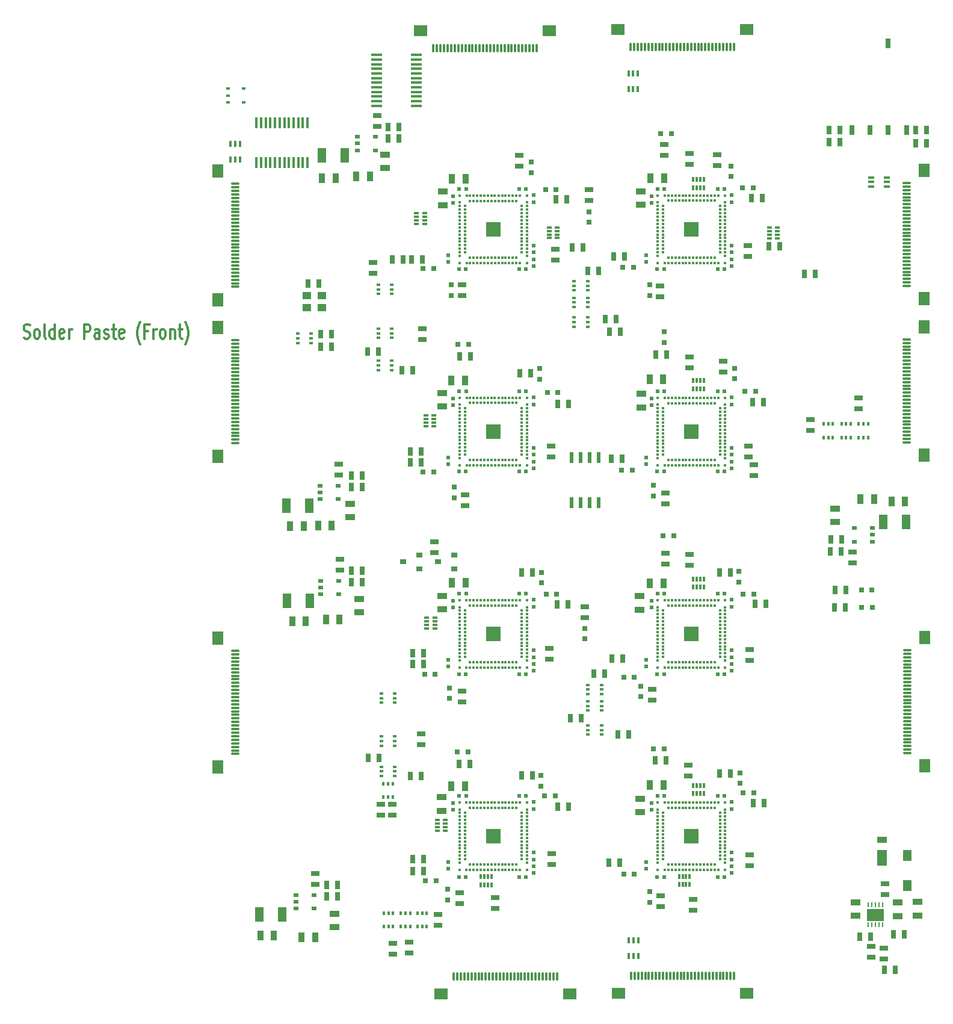
<source format=gtp>
G04 (created by PCBNEW-RS274X (2012-01-19 BZR 3256)-stable) date Wed 19 Sep 2012 11:44:27 BST*
G01*
G70*
G90*
%MOIN*%
G04 Gerber Fmt 3.4, Leading zero omitted, Abs format*
%FSLAX34Y34*%
G04 APERTURE LIST*
%ADD10C,0.009800*%
%ADD11C,0.012000*%
%ADD12R,0.025600X0.011800*%
%ADD13R,0.051200X0.043300*%
%ADD14R,0.074800X0.063000*%
%ADD15O,0.011800X0.049200*%
%ADD16R,0.045000X0.025000*%
%ADD17R,0.030000X0.020000*%
%ADD18R,0.025000X0.045000*%
%ADD19R,0.093700X0.065000*%
%ADD20R,0.009800X0.026600*%
%ADD21R,0.055100X0.086600*%
%ADD22R,0.055100X0.035400*%
%ADD23R,0.015700X0.019700*%
%ADD24R,0.019700X0.015700*%
%ADD25R,0.063000X0.074800*%
%ADD26O,0.049200X0.011800*%
%ADD27R,0.011800X0.063000*%
%ADD28R,0.063000X0.011800*%
%ADD29R,0.025600X0.053100*%
%ADD30R,0.037400X0.025600*%
%ADD31R,0.023600X0.015700*%
%ADD32R,0.047200X0.063000*%
%ADD33R,0.047200X0.078700*%
%ADD34R,0.024400X0.024400*%
%ADD35R,0.055000X0.035000*%
%ADD36R,0.035000X0.055000*%
%ADD37R,0.031400X0.031400*%
%ADD38R,0.020000X0.059100*%
%ADD39R,0.011800X0.025600*%
%ADD40R,0.013800X0.033500*%
%ADD41R,0.033500X0.013800*%
%ADD42R,0.078800X0.078800*%
%ADD43R,0.011800X0.011800*%
G04 APERTURE END LIST*
G54D10*
G54D11*
X05409Y-28032D02*
X05495Y-28070D01*
X05638Y-28070D01*
X05695Y-28032D01*
X05724Y-27994D01*
X05752Y-27917D01*
X05752Y-27841D01*
X05724Y-27765D01*
X05695Y-27727D01*
X05638Y-27689D01*
X05524Y-27651D01*
X05466Y-27613D01*
X05438Y-27575D01*
X05409Y-27498D01*
X05409Y-27422D01*
X05438Y-27346D01*
X05466Y-27308D01*
X05524Y-27270D01*
X05666Y-27270D01*
X05752Y-27308D01*
X06095Y-28070D02*
X06037Y-28032D01*
X06009Y-27994D01*
X05980Y-27917D01*
X05980Y-27689D01*
X06009Y-27613D01*
X06037Y-27575D01*
X06095Y-27536D01*
X06180Y-27536D01*
X06237Y-27575D01*
X06266Y-27613D01*
X06295Y-27689D01*
X06295Y-27917D01*
X06266Y-27994D01*
X06237Y-28032D01*
X06180Y-28070D01*
X06095Y-28070D01*
X06638Y-28070D02*
X06580Y-28032D01*
X06552Y-27956D01*
X06552Y-27270D01*
X07123Y-28070D02*
X07123Y-27270D01*
X07123Y-28032D02*
X07066Y-28070D01*
X06952Y-28070D01*
X06894Y-28032D01*
X06866Y-27994D01*
X06837Y-27917D01*
X06837Y-27689D01*
X06866Y-27613D01*
X06894Y-27575D01*
X06952Y-27536D01*
X07066Y-27536D01*
X07123Y-27575D01*
X07637Y-28032D02*
X07580Y-28070D01*
X07466Y-28070D01*
X07409Y-28032D01*
X07380Y-27956D01*
X07380Y-27651D01*
X07409Y-27575D01*
X07466Y-27536D01*
X07580Y-27536D01*
X07637Y-27575D01*
X07666Y-27651D01*
X07666Y-27727D01*
X07380Y-27803D01*
X07923Y-28070D02*
X07923Y-27536D01*
X07923Y-27689D02*
X07951Y-27613D01*
X07980Y-27575D01*
X08037Y-27536D01*
X08094Y-27536D01*
X08751Y-28070D02*
X08751Y-27270D01*
X08979Y-27270D01*
X09037Y-27308D01*
X09065Y-27346D01*
X09094Y-27422D01*
X09094Y-27536D01*
X09065Y-27613D01*
X09037Y-27651D01*
X08979Y-27689D01*
X08751Y-27689D01*
X09608Y-28070D02*
X09608Y-27651D01*
X09579Y-27575D01*
X09522Y-27536D01*
X09408Y-27536D01*
X09351Y-27575D01*
X09608Y-28032D02*
X09551Y-28070D01*
X09408Y-28070D01*
X09351Y-28032D01*
X09322Y-27956D01*
X09322Y-27879D01*
X09351Y-27803D01*
X09408Y-27765D01*
X09551Y-27765D01*
X09608Y-27727D01*
X09865Y-28032D02*
X09922Y-28070D01*
X10037Y-28070D01*
X10094Y-28032D01*
X10122Y-27956D01*
X10122Y-27917D01*
X10094Y-27841D01*
X10037Y-27803D01*
X09951Y-27803D01*
X09894Y-27765D01*
X09865Y-27689D01*
X09865Y-27651D01*
X09894Y-27575D01*
X09951Y-27536D01*
X10037Y-27536D01*
X10094Y-27575D01*
X10294Y-27536D02*
X10523Y-27536D01*
X10380Y-27270D02*
X10380Y-27956D01*
X10408Y-28032D01*
X10466Y-28070D01*
X10523Y-28070D01*
X10951Y-28032D02*
X10894Y-28070D01*
X10780Y-28070D01*
X10723Y-28032D01*
X10694Y-27956D01*
X10694Y-27651D01*
X10723Y-27575D01*
X10780Y-27536D01*
X10894Y-27536D01*
X10951Y-27575D01*
X10980Y-27651D01*
X10980Y-27727D01*
X10694Y-27803D01*
X11865Y-28375D02*
X11837Y-28336D01*
X11780Y-28222D01*
X11751Y-28146D01*
X11722Y-28032D01*
X11694Y-27841D01*
X11694Y-27689D01*
X11722Y-27498D01*
X11751Y-27384D01*
X11780Y-27308D01*
X11837Y-27194D01*
X11865Y-27156D01*
X12294Y-27651D02*
X12094Y-27651D01*
X12094Y-28070D02*
X12094Y-27270D01*
X12380Y-27270D01*
X12608Y-28070D02*
X12608Y-27536D01*
X12608Y-27689D02*
X12636Y-27613D01*
X12665Y-27575D01*
X12722Y-27536D01*
X12779Y-27536D01*
X13065Y-28070D02*
X13007Y-28032D01*
X12979Y-27994D01*
X12950Y-27917D01*
X12950Y-27689D01*
X12979Y-27613D01*
X13007Y-27575D01*
X13065Y-27536D01*
X13150Y-27536D01*
X13207Y-27575D01*
X13236Y-27613D01*
X13265Y-27689D01*
X13265Y-27917D01*
X13236Y-27994D01*
X13207Y-28032D01*
X13150Y-28070D01*
X13065Y-28070D01*
X13522Y-27536D02*
X13522Y-28070D01*
X13522Y-27613D02*
X13550Y-27575D01*
X13608Y-27536D01*
X13693Y-27536D01*
X13750Y-27575D01*
X13779Y-27651D01*
X13779Y-28070D01*
X13979Y-27536D02*
X14208Y-27536D01*
X14065Y-27270D02*
X14065Y-27956D01*
X14093Y-28032D01*
X14151Y-28070D01*
X14208Y-28070D01*
X14351Y-28375D02*
X14379Y-28336D01*
X14436Y-28222D01*
X14465Y-28146D01*
X14494Y-28032D01*
X14522Y-27841D01*
X14522Y-27689D01*
X14494Y-27498D01*
X14465Y-27384D01*
X14436Y-27308D01*
X14379Y-27194D01*
X14351Y-27156D01*
G54D12*
X27174Y-21122D03*
X27174Y-21319D03*
X27174Y-21516D03*
X27174Y-21713D03*
X27627Y-21713D03*
X27627Y-21516D03*
X27627Y-21319D03*
X27627Y-21122D03*
G54D13*
X21929Y-25699D03*
X21103Y-25699D03*
X21103Y-26349D03*
X21929Y-26349D03*
G54D14*
X45454Y-10964D03*
X38328Y-10964D03*
G54D15*
X39036Y-11928D03*
X39232Y-11928D03*
X39429Y-11928D03*
X39626Y-11928D03*
X39823Y-11928D03*
X40020Y-11928D03*
X40217Y-11928D03*
X40414Y-11928D03*
X40610Y-11928D03*
X40807Y-11928D03*
X41004Y-11928D03*
X41201Y-11928D03*
X41398Y-11928D03*
X41595Y-11928D03*
X41793Y-11929D03*
X41988Y-11928D03*
X42185Y-11928D03*
X42382Y-11928D03*
X42776Y-11928D03*
X43170Y-11928D03*
X43563Y-11928D03*
X43366Y-11928D03*
X42973Y-11928D03*
X42579Y-11928D03*
X43760Y-11928D03*
X43957Y-11928D03*
X44154Y-11928D03*
X44351Y-11928D03*
X44547Y-11928D03*
X44746Y-11928D03*
G54D14*
X34526Y-11022D03*
X27400Y-11022D03*
G54D15*
X28108Y-11986D03*
X28304Y-11986D03*
X28501Y-11986D03*
X28698Y-11986D03*
X28895Y-11986D03*
X29092Y-11986D03*
X29289Y-11986D03*
X29486Y-11986D03*
X29682Y-11986D03*
X29879Y-11986D03*
X30076Y-11986D03*
X30273Y-11986D03*
X30470Y-11986D03*
X30667Y-11986D03*
X30865Y-11987D03*
X31060Y-11986D03*
X31257Y-11986D03*
X31454Y-11986D03*
X31848Y-11986D03*
X32242Y-11986D03*
X32635Y-11986D03*
X32438Y-11986D03*
X32045Y-11986D03*
X31651Y-11986D03*
X32832Y-11986D03*
X33029Y-11986D03*
X33226Y-11986D03*
X33423Y-11986D03*
X33619Y-11986D03*
X33818Y-11986D03*
G54D16*
X34528Y-45812D03*
X34528Y-45212D03*
X34646Y-57170D03*
X34646Y-56570D03*
X45531Y-23528D03*
X45531Y-22928D03*
X45551Y-34610D03*
X45551Y-34010D03*
G54D17*
X20485Y-58877D03*
X20485Y-59627D03*
X21485Y-58877D03*
X20485Y-59252D03*
X21485Y-59627D03*
G54D16*
X21575Y-58293D03*
X21575Y-57693D03*
G54D18*
X22800Y-58327D03*
X22200Y-58327D03*
G54D17*
X21841Y-36213D03*
X21841Y-36963D03*
X22841Y-36213D03*
X21841Y-36588D03*
X22841Y-36963D03*
G54D16*
X22855Y-35616D03*
X22855Y-35016D03*
G54D18*
X24156Y-35663D03*
X23556Y-35663D03*
X24160Y-40923D03*
X23560Y-40923D03*
G54D16*
X22935Y-40889D03*
X22935Y-40289D03*
G54D17*
X21845Y-41473D03*
X21845Y-42223D03*
X22845Y-41473D03*
X21845Y-41848D03*
X22845Y-42223D03*
X23890Y-16891D03*
X23890Y-17641D03*
X24890Y-16891D03*
X23890Y-17266D03*
X24890Y-17641D03*
X52419Y-39303D03*
X52419Y-38553D03*
X51419Y-39303D03*
X52419Y-38928D03*
X51419Y-38553D03*
G54D19*
X52585Y-59971D03*
G54D20*
X52585Y-60522D03*
X52782Y-60522D03*
X52979Y-60522D03*
X52388Y-60522D03*
X52191Y-60522D03*
X52585Y-59420D03*
X52388Y-59420D03*
X52191Y-59420D03*
X52782Y-59420D03*
X52979Y-59420D03*
G54D21*
X52972Y-56831D03*
G54D22*
X52972Y-55827D03*
G54D18*
X50104Y-39853D03*
X50704Y-39853D03*
G54D16*
X51329Y-39887D03*
X51329Y-40487D03*
X52350Y-62318D03*
X52350Y-61718D03*
G54D18*
X52315Y-61172D03*
X51715Y-61172D03*
G54D16*
X53071Y-61806D03*
X53071Y-62406D03*
G54D18*
X53605Y-61054D03*
X54205Y-61054D03*
G54D16*
X24980Y-16307D03*
X24980Y-15707D03*
G54D18*
X26205Y-16341D03*
X25605Y-16341D03*
G54D16*
X34862Y-23725D03*
X34862Y-23125D03*
G54D23*
X27481Y-59882D03*
X27737Y-59882D03*
X27225Y-59882D03*
X27225Y-60630D03*
X27481Y-60630D03*
X27737Y-60630D03*
X26556Y-59882D03*
X26812Y-59882D03*
X26300Y-59882D03*
X26300Y-60630D03*
X26556Y-60630D03*
X26812Y-60630D03*
X25611Y-59882D03*
X25867Y-59882D03*
X25355Y-59882D03*
X25355Y-60630D03*
X25611Y-60630D03*
X25867Y-60630D03*
G54D16*
X45630Y-57249D03*
X45630Y-56649D03*
X45610Y-45891D03*
X45610Y-45291D03*
X34626Y-34610D03*
X34626Y-34010D03*
G54D24*
X35904Y-25137D03*
X35904Y-24881D03*
X35904Y-25393D03*
X36652Y-25393D03*
X36652Y-25137D03*
X36652Y-24881D03*
X25059Y-25335D03*
X25059Y-25079D03*
X25059Y-25591D03*
X25807Y-25591D03*
X25807Y-25335D03*
X25807Y-25079D03*
X35904Y-26063D03*
X35904Y-25807D03*
X35904Y-26319D03*
X36652Y-26319D03*
X36652Y-26063D03*
X36652Y-25807D03*
X25059Y-27776D03*
X25059Y-27520D03*
X25059Y-28032D03*
X25807Y-28032D03*
X25807Y-27776D03*
X25807Y-27520D03*
G54D14*
X28524Y-64351D03*
X35650Y-64351D03*
G54D15*
X34942Y-63387D03*
X34746Y-63387D03*
X34549Y-63387D03*
X34352Y-63387D03*
X34155Y-63387D03*
X33958Y-63387D03*
X33761Y-63387D03*
X33564Y-63387D03*
X33368Y-63387D03*
X33171Y-63387D03*
X32974Y-63387D03*
X32777Y-63387D03*
X32580Y-63387D03*
X32383Y-63387D03*
X32185Y-63386D03*
X31990Y-63387D03*
X31793Y-63387D03*
X31596Y-63387D03*
X31202Y-63387D03*
X30808Y-63387D03*
X30415Y-63387D03*
X30612Y-63387D03*
X31005Y-63387D03*
X31399Y-63387D03*
X30218Y-63387D03*
X30021Y-63387D03*
X29824Y-63387D03*
X29627Y-63387D03*
X29431Y-63387D03*
X29232Y-63387D03*
G54D14*
X38347Y-64312D03*
X45473Y-64312D03*
G54D15*
X44765Y-63348D03*
X44569Y-63348D03*
X44372Y-63348D03*
X44175Y-63348D03*
X43978Y-63348D03*
X43781Y-63348D03*
X43584Y-63348D03*
X43387Y-63348D03*
X43191Y-63348D03*
X42994Y-63348D03*
X42797Y-63348D03*
X42600Y-63348D03*
X42403Y-63348D03*
X42206Y-63348D03*
X42008Y-63347D03*
X41813Y-63348D03*
X41616Y-63348D03*
X41419Y-63348D03*
X41025Y-63348D03*
X40631Y-63348D03*
X40238Y-63348D03*
X40435Y-63348D03*
X40828Y-63348D03*
X41222Y-63348D03*
X40041Y-63348D03*
X39844Y-63348D03*
X39647Y-63348D03*
X39450Y-63348D03*
X39254Y-63348D03*
X39055Y-63348D03*
G54D25*
X55294Y-25865D03*
X55294Y-18739D03*
G54D26*
X54330Y-19447D03*
X54330Y-19643D03*
X54330Y-19840D03*
X54330Y-20037D03*
X54330Y-20234D03*
X54330Y-20431D03*
X54330Y-20628D03*
X54330Y-20825D03*
X54330Y-21021D03*
X54330Y-21218D03*
X54330Y-21415D03*
X54330Y-21612D03*
X54330Y-21809D03*
X54330Y-22006D03*
X54329Y-22204D03*
X54330Y-22399D03*
X54330Y-22596D03*
X54330Y-22793D03*
X54330Y-23187D03*
X54330Y-23581D03*
X54330Y-23974D03*
X54330Y-23777D03*
X54330Y-23384D03*
X54330Y-22990D03*
X54330Y-24171D03*
X54330Y-24368D03*
X54330Y-24565D03*
X54330Y-24762D03*
X54330Y-24958D03*
X54330Y-25157D03*
G54D25*
X55296Y-34527D03*
X55296Y-27401D03*
G54D26*
X54332Y-28109D03*
X54332Y-28305D03*
X54332Y-28502D03*
X54332Y-28699D03*
X54332Y-28896D03*
X54332Y-29093D03*
X54332Y-29290D03*
X54332Y-29487D03*
X54332Y-29683D03*
X54332Y-29880D03*
X54332Y-30077D03*
X54332Y-30274D03*
X54332Y-30471D03*
X54332Y-30668D03*
X54331Y-30866D03*
X54332Y-31061D03*
X54332Y-31258D03*
X54332Y-31455D03*
X54332Y-31849D03*
X54332Y-32243D03*
X54332Y-32636D03*
X54332Y-32439D03*
X54332Y-32046D03*
X54332Y-31652D03*
X54332Y-32833D03*
X54332Y-33030D03*
X54332Y-33227D03*
X54332Y-33424D03*
X54332Y-33620D03*
X54332Y-33819D03*
G54D25*
X55316Y-51732D03*
X55316Y-44606D03*
G54D26*
X54352Y-45314D03*
X54352Y-45510D03*
X54352Y-45707D03*
X54352Y-45904D03*
X54352Y-46101D03*
X54352Y-46298D03*
X54352Y-46495D03*
X54352Y-46692D03*
X54352Y-46888D03*
X54352Y-47085D03*
X54352Y-47282D03*
X54352Y-47479D03*
X54352Y-47676D03*
X54352Y-47873D03*
X54351Y-48071D03*
X54352Y-48266D03*
X54352Y-48463D03*
X54352Y-48660D03*
X54352Y-49054D03*
X54352Y-49448D03*
X54352Y-49841D03*
X54352Y-49644D03*
X54352Y-49251D03*
X54352Y-48857D03*
X54352Y-50038D03*
X54352Y-50235D03*
X54352Y-50432D03*
X54352Y-50629D03*
X54352Y-50825D03*
X54352Y-51024D03*
G54D25*
X16161Y-44646D03*
X16161Y-51772D03*
G54D26*
X17125Y-51064D03*
X17125Y-50868D03*
X17125Y-50671D03*
X17125Y-50474D03*
X17125Y-50277D03*
X17125Y-50080D03*
X17125Y-49883D03*
X17125Y-49686D03*
X17125Y-49490D03*
X17125Y-49293D03*
X17125Y-49096D03*
X17125Y-48899D03*
X17125Y-48702D03*
X17125Y-48505D03*
X17126Y-48307D03*
X17125Y-48112D03*
X17125Y-47915D03*
X17125Y-47718D03*
X17125Y-47324D03*
X17125Y-46930D03*
X17125Y-46537D03*
X17125Y-46734D03*
X17125Y-47127D03*
X17125Y-47521D03*
X17125Y-46340D03*
X17125Y-46143D03*
X17125Y-45946D03*
X17125Y-45749D03*
X17125Y-45553D03*
X17125Y-45354D03*
G54D25*
X16161Y-27441D03*
X16161Y-34567D03*
G54D26*
X17125Y-33859D03*
X17125Y-33663D03*
X17125Y-33466D03*
X17125Y-33269D03*
X17125Y-33072D03*
X17125Y-32875D03*
X17125Y-32678D03*
X17125Y-32481D03*
X17125Y-32285D03*
X17125Y-32088D03*
X17125Y-31891D03*
X17125Y-31694D03*
X17125Y-31497D03*
X17125Y-31300D03*
X17126Y-31102D03*
X17125Y-30907D03*
X17125Y-30710D03*
X17125Y-30513D03*
X17125Y-30119D03*
X17125Y-29725D03*
X17125Y-29332D03*
X17125Y-29529D03*
X17125Y-29922D03*
X17125Y-30316D03*
X17125Y-29135D03*
X17125Y-28938D03*
X17125Y-28741D03*
X17125Y-28544D03*
X17125Y-28348D03*
X17125Y-28149D03*
G54D25*
X16160Y-18780D03*
X16160Y-25906D03*
G54D26*
X17124Y-25198D03*
X17124Y-25002D03*
X17124Y-24805D03*
X17124Y-24608D03*
X17124Y-24411D03*
X17124Y-24214D03*
X17124Y-24017D03*
X17124Y-23820D03*
X17124Y-23624D03*
X17124Y-23427D03*
X17124Y-23230D03*
X17124Y-23033D03*
X17124Y-22836D03*
X17124Y-22639D03*
X17125Y-22441D03*
X17124Y-22246D03*
X17124Y-22049D03*
X17124Y-21852D03*
X17124Y-21458D03*
X17124Y-21064D03*
X17124Y-20671D03*
X17124Y-20868D03*
X17124Y-21261D03*
X17124Y-21655D03*
X17124Y-20474D03*
X17124Y-20277D03*
X17124Y-20080D03*
X17124Y-19883D03*
X17124Y-19687D03*
X17124Y-19488D03*
G54D27*
X20610Y-18307D03*
X20866Y-18307D03*
X21122Y-18307D03*
X20354Y-18307D03*
X20098Y-18307D03*
X19842Y-18307D03*
X18307Y-18307D03*
X18563Y-18307D03*
X18819Y-18307D03*
X19587Y-18307D03*
X19331Y-18307D03*
X19075Y-18307D03*
X19075Y-16103D03*
X19331Y-16103D03*
X19587Y-16103D03*
X18819Y-16103D03*
X18563Y-16103D03*
X18307Y-16103D03*
X19842Y-16103D03*
X20098Y-16103D03*
X20354Y-16103D03*
X21122Y-16103D03*
X20866Y-16103D03*
X20610Y-16103D03*
G54D28*
X27165Y-12874D03*
X27165Y-12618D03*
X27165Y-12362D03*
X27165Y-13130D03*
X27165Y-13386D03*
X27165Y-13642D03*
X27165Y-15177D03*
X27165Y-14921D03*
X27165Y-14665D03*
X27165Y-13897D03*
X27165Y-14153D03*
X27165Y-14409D03*
X24961Y-14409D03*
X24961Y-14153D03*
X24961Y-13897D03*
X24961Y-14665D03*
X24961Y-14921D03*
X24961Y-15177D03*
X24961Y-13642D03*
X24961Y-13386D03*
X24961Y-13130D03*
X24961Y-12362D03*
X24961Y-12618D03*
X24961Y-12874D03*
G54D29*
X53306Y-16516D03*
X54310Y-16516D03*
X52302Y-16516D03*
X51298Y-16516D03*
X53307Y-11713D03*
G54D30*
X29252Y-40806D03*
X29252Y-40058D03*
X28346Y-40432D03*
X27323Y-40806D03*
X27323Y-40058D03*
X26417Y-40432D03*
G54D16*
X28169Y-39306D03*
X28169Y-39906D03*
X26752Y-61472D03*
X26752Y-62072D03*
G54D24*
X35905Y-27145D03*
X35905Y-26889D03*
X35905Y-27401D03*
X36653Y-27401D03*
X36653Y-27145D03*
X36653Y-26889D03*
G54D31*
X16713Y-14606D03*
X16713Y-14232D03*
X16713Y-14980D03*
X17579Y-14980D03*
X17579Y-14232D03*
G54D16*
X24764Y-24454D03*
X24764Y-23854D03*
G54D18*
X54818Y-16516D03*
X55418Y-16516D03*
X54818Y-17244D03*
X55418Y-17244D03*
X50635Y-17185D03*
X50035Y-17185D03*
X50635Y-16516D03*
X50035Y-16516D03*
G54D24*
X36673Y-47500D03*
X36673Y-47244D03*
X36673Y-47756D03*
X37421Y-47756D03*
X37421Y-47500D03*
X37421Y-47244D03*
X36673Y-48406D03*
X36673Y-48150D03*
X36673Y-48662D03*
X37421Y-48662D03*
X37421Y-48406D03*
X37421Y-48150D03*
X25217Y-47972D03*
X25217Y-47716D03*
X25217Y-48228D03*
X25965Y-48228D03*
X25965Y-47972D03*
X25965Y-47716D03*
X25217Y-50354D03*
X25217Y-50098D03*
X25217Y-50610D03*
X25965Y-50610D03*
X25965Y-50354D03*
X25965Y-50098D03*
G54D23*
X50965Y-33543D03*
X50709Y-33543D03*
X51221Y-33543D03*
X51221Y-32795D03*
X50965Y-32795D03*
X50709Y-32795D03*
X51929Y-33543D03*
X51673Y-33543D03*
X52185Y-33543D03*
X52185Y-32795D03*
X51929Y-32795D03*
X51673Y-32795D03*
G54D24*
X20581Y-28051D03*
X20581Y-27795D03*
X20581Y-28307D03*
X21329Y-28307D03*
X21329Y-28051D03*
X21329Y-27795D03*
X36673Y-49744D03*
X36673Y-49488D03*
X36673Y-50000D03*
X37421Y-50000D03*
X37421Y-49744D03*
X37421Y-49488D03*
X25217Y-52028D03*
X25217Y-51772D03*
X25217Y-52284D03*
X25965Y-52284D03*
X25965Y-52028D03*
X25965Y-51772D03*
G54D23*
X49980Y-33543D03*
X49724Y-33543D03*
X50236Y-33543D03*
X50236Y-32795D03*
X49980Y-32795D03*
X49724Y-32795D03*
G54D32*
X54350Y-56671D03*
X54350Y-58345D03*
G54D33*
X54291Y-38205D03*
X53031Y-38205D03*
X18457Y-59960D03*
X19717Y-59960D03*
X19990Y-42578D03*
X21250Y-42578D03*
X19957Y-37322D03*
X21217Y-37322D03*
X21941Y-17925D03*
X23201Y-17925D03*
G54D16*
X53110Y-58863D03*
X53110Y-58263D03*
G54D18*
X21767Y-25010D03*
X21167Y-25010D03*
X26206Y-16969D03*
X25606Y-16969D03*
X53106Y-63012D03*
X53706Y-63012D03*
X50113Y-39173D03*
X50713Y-39173D03*
X24158Y-41555D03*
X23558Y-41555D03*
X24158Y-36299D03*
X23558Y-36299D03*
X22800Y-58957D03*
X22200Y-58957D03*
X37249Y-24331D03*
X36649Y-24331D03*
G54D16*
X27421Y-49936D03*
X27421Y-50536D03*
X27480Y-28115D03*
X27480Y-27515D03*
G54D18*
X37583Y-46614D03*
X36983Y-46614D03*
G54D16*
X42224Y-51669D03*
X42224Y-52269D03*
X42303Y-40015D03*
X42303Y-40615D03*
X42500Y-59129D03*
X42500Y-59729D03*
X25866Y-62150D03*
X25866Y-61550D03*
X51673Y-31354D03*
X51673Y-31954D03*
X31535Y-59011D03*
X31535Y-59611D03*
G54D18*
X24503Y-51280D03*
X25103Y-51280D03*
X27426Y-52283D03*
X26826Y-52283D03*
X38922Y-50000D03*
X38322Y-50000D03*
X35684Y-49075D03*
X36284Y-49075D03*
X27564Y-45472D03*
X26964Y-45472D03*
X27544Y-56870D03*
X26944Y-56870D03*
X38450Y-27697D03*
X37850Y-27697D03*
X38233Y-26969D03*
X37633Y-26969D03*
X26973Y-29803D03*
X26373Y-29803D03*
X24464Y-28799D03*
X25064Y-28799D03*
X36402Y-23012D03*
X35802Y-23012D03*
X27426Y-34311D03*
X26826Y-34311D03*
G54D16*
X42303Y-17830D03*
X42303Y-18430D03*
X42303Y-29070D03*
X42303Y-29670D03*
G54D18*
X47308Y-22953D03*
X46708Y-22953D03*
X48657Y-24488D03*
X49257Y-24488D03*
X26422Y-23681D03*
X25822Y-23681D03*
X38686Y-23524D03*
X38086Y-23524D03*
G54D16*
X40669Y-25153D03*
X40669Y-25753D03*
X43819Y-18469D03*
X43819Y-17869D03*
G54D18*
X45724Y-20295D03*
X46324Y-20295D03*
X38568Y-34724D03*
X37968Y-34724D03*
G54D16*
X40945Y-36629D03*
X40945Y-37229D03*
X44154Y-29926D03*
X44154Y-29326D03*
G54D18*
X45783Y-31575D03*
X46383Y-31575D03*
X27564Y-46083D03*
X26964Y-46083D03*
G54D16*
X29685Y-47574D03*
X29685Y-48174D03*
G54D18*
X32987Y-41004D03*
X33587Y-41004D03*
X34956Y-42776D03*
X35556Y-42776D03*
X27544Y-57539D03*
X26944Y-57539D03*
G54D16*
X29547Y-58735D03*
X29547Y-59335D03*
G54D18*
X33007Y-52244D03*
X33607Y-52244D03*
X34995Y-53996D03*
X35595Y-53996D03*
X38587Y-45768D03*
X37987Y-45768D03*
G54D16*
X40217Y-47495D03*
X40217Y-48095D03*
G54D18*
X43972Y-41024D03*
X44572Y-41024D03*
X45920Y-42756D03*
X46520Y-42756D03*
X38410Y-57087D03*
X37810Y-57087D03*
G54D16*
X40689Y-58932D03*
X40689Y-59532D03*
G54D18*
X43972Y-52146D03*
X44572Y-52146D03*
X45822Y-53799D03*
X46422Y-53799D03*
X27485Y-23681D03*
X26885Y-23681D03*
G54D16*
X29705Y-25074D03*
X29705Y-25674D03*
X32854Y-18509D03*
X32854Y-17909D03*
G54D18*
X34877Y-20354D03*
X35477Y-20354D03*
X27426Y-34902D03*
X26826Y-34902D03*
G54D16*
X29843Y-36728D03*
X29843Y-37328D03*
G54D18*
X32889Y-30000D03*
X33489Y-30000D03*
X34976Y-31673D03*
X35576Y-31673D03*
G54D34*
X33642Y-22921D03*
X33642Y-23299D03*
X29193Y-20563D03*
X29193Y-20185D03*
X28917Y-23453D03*
X28917Y-23831D03*
X33642Y-20504D03*
X33642Y-20126D03*
X33642Y-23669D03*
X33642Y-24047D03*
X29913Y-19783D03*
X29535Y-19783D03*
X32862Y-24232D03*
X33240Y-24232D03*
X29894Y-24232D03*
X29516Y-24232D03*
X32862Y-19783D03*
X33240Y-19783D03*
X43846Y-30984D03*
X44224Y-30984D03*
X40878Y-35433D03*
X40500Y-35433D03*
X43846Y-35433D03*
X44224Y-35433D03*
X40898Y-30984D03*
X40520Y-30984D03*
X44626Y-34870D03*
X44626Y-35248D03*
X44626Y-31705D03*
X44626Y-31327D03*
X39902Y-34654D03*
X39902Y-35032D03*
X40177Y-31764D03*
X40177Y-31386D03*
X44626Y-34122D03*
X44626Y-34500D03*
X44626Y-22921D03*
X44626Y-23299D03*
X40177Y-20563D03*
X40177Y-20185D03*
X39902Y-23453D03*
X39902Y-23831D03*
X44626Y-20504D03*
X44626Y-20126D03*
X44626Y-23669D03*
X44626Y-24047D03*
X40898Y-19783D03*
X40520Y-19783D03*
X43846Y-24232D03*
X44224Y-24232D03*
X40878Y-24232D03*
X40500Y-24232D03*
X43846Y-19783D03*
X44224Y-19783D03*
X32862Y-30984D03*
X33240Y-30984D03*
X29894Y-35433D03*
X29516Y-35433D03*
X32862Y-35433D03*
X33240Y-35433D03*
X29913Y-30984D03*
X29535Y-30984D03*
X33642Y-34870D03*
X33642Y-35248D03*
X33642Y-31705D03*
X33642Y-31327D03*
X28917Y-34654D03*
X28917Y-35032D03*
X29193Y-31764D03*
X29193Y-31386D03*
X33642Y-34122D03*
X33642Y-34500D03*
X33642Y-56524D03*
X33642Y-56902D03*
X29193Y-54165D03*
X29193Y-53787D03*
X28917Y-57055D03*
X28917Y-57433D03*
X33642Y-54106D03*
X33642Y-53728D03*
X33642Y-57272D03*
X33642Y-57650D03*
X29913Y-53386D03*
X29535Y-53386D03*
X32862Y-57894D03*
X33240Y-57894D03*
X29894Y-57894D03*
X29516Y-57894D03*
X32862Y-53386D03*
X33240Y-53386D03*
X43846Y-53386D03*
X44224Y-53386D03*
X40878Y-57894D03*
X40500Y-57894D03*
X43846Y-57894D03*
X44224Y-57894D03*
X40898Y-53386D03*
X40520Y-53386D03*
X44626Y-57272D03*
X44626Y-57650D03*
X44626Y-54106D03*
X44626Y-53728D03*
X39902Y-57055D03*
X39902Y-57433D03*
X40177Y-54165D03*
X40177Y-53787D03*
X44626Y-56524D03*
X44626Y-56902D03*
X44626Y-45323D03*
X44626Y-45701D03*
X40177Y-42965D03*
X40177Y-42587D03*
X39902Y-45854D03*
X39902Y-46232D03*
X44626Y-42906D03*
X44626Y-42528D03*
X44626Y-46071D03*
X44626Y-46449D03*
X40898Y-42185D03*
X40520Y-42185D03*
X43846Y-46634D03*
X44224Y-46634D03*
X40878Y-46634D03*
X40500Y-46634D03*
X43846Y-42185D03*
X44224Y-42185D03*
X32862Y-42185D03*
X33240Y-42185D03*
X29894Y-46634D03*
X29516Y-46634D03*
X32862Y-46634D03*
X33240Y-46634D03*
X29913Y-42185D03*
X29535Y-42185D03*
X33642Y-46071D03*
X33642Y-46449D03*
X33642Y-42906D03*
X33642Y-42528D03*
X28917Y-45854D03*
X28917Y-46232D03*
X29193Y-42965D03*
X29193Y-42587D03*
X33642Y-45323D03*
X33642Y-45701D03*
G54D35*
X28622Y-20670D03*
X28622Y-19920D03*
G54D36*
X29883Y-19213D03*
X29133Y-19213D03*
G54D35*
X28602Y-31832D03*
X28602Y-31082D03*
G54D36*
X29844Y-30394D03*
X29094Y-30394D03*
X23838Y-19094D03*
X24588Y-19094D03*
G54D35*
X39587Y-20651D03*
X39587Y-19901D03*
G54D36*
X40887Y-19193D03*
X40137Y-19193D03*
G54D35*
X39626Y-31871D03*
X39626Y-31121D03*
G54D36*
X40828Y-30315D03*
X40078Y-30315D03*
X21712Y-38425D03*
X22462Y-38425D03*
G54D35*
X23504Y-37204D03*
X23504Y-37954D03*
X28583Y-43052D03*
X28583Y-42302D03*
G54D36*
X29883Y-41594D03*
X29133Y-41594D03*
G54D35*
X28543Y-54214D03*
X28543Y-53464D03*
G54D36*
X29844Y-52835D03*
X29094Y-52835D03*
X22145Y-43622D03*
X22895Y-43622D03*
G54D35*
X23976Y-42479D03*
X23976Y-43229D03*
X39528Y-43072D03*
X39528Y-42322D03*
G54D36*
X40847Y-41614D03*
X40097Y-41614D03*
G54D35*
X39567Y-54292D03*
X39567Y-53542D03*
G54D36*
X40847Y-52795D03*
X40097Y-52795D03*
X20806Y-61220D03*
X21556Y-61220D03*
G54D35*
X22638Y-59901D03*
X22638Y-60651D03*
X50374Y-38229D03*
X50374Y-37479D03*
X25433Y-17873D03*
X25433Y-18623D03*
X54941Y-59251D03*
X54941Y-60001D03*
X53819Y-59290D03*
X53819Y-60040D03*
X51496Y-59271D03*
X51496Y-60021D03*
G54D16*
X49006Y-32544D03*
X49006Y-33144D03*
X28346Y-60566D03*
X28346Y-59966D03*
G54D18*
X22465Y-27815D03*
X21865Y-27815D03*
X21865Y-28514D03*
X22465Y-28514D03*
G54D37*
X33524Y-18289D03*
X33524Y-18879D03*
X35000Y-31043D03*
X34410Y-31043D03*
X33976Y-29724D03*
X33976Y-30314D03*
X34901Y-19824D03*
X34311Y-19824D03*
X27540Y-24194D03*
X28130Y-24194D03*
X29094Y-25670D03*
X29094Y-25080D03*
X45826Y-19705D03*
X45236Y-19705D03*
X44587Y-18505D03*
X44587Y-19095D03*
X38603Y-24115D03*
X39193Y-24115D03*
X40079Y-25670D03*
X40079Y-25080D03*
X27520Y-35452D03*
X28110Y-35452D03*
X29272Y-36889D03*
X29272Y-36299D03*
X45945Y-30984D03*
X45355Y-30984D03*
X44783Y-29704D03*
X44783Y-30294D03*
X38524Y-35334D03*
X39114Y-35334D03*
X40295Y-36771D03*
X40295Y-36181D03*
X28996Y-47992D03*
X28996Y-47402D03*
X27618Y-46653D03*
X28208Y-46653D03*
X34094Y-41004D03*
X34094Y-41594D03*
X34941Y-42204D03*
X34351Y-42204D03*
X39606Y-47893D03*
X39606Y-47303D03*
X38642Y-46811D03*
X39232Y-46811D03*
X45039Y-40965D03*
X45039Y-41555D03*
X45846Y-42205D03*
X45256Y-42205D03*
X45846Y-53209D03*
X45256Y-53209D03*
X45089Y-52107D03*
X45089Y-52697D03*
X38642Y-57716D03*
X39232Y-57716D03*
X40098Y-59271D03*
X40098Y-58681D03*
X34842Y-53386D03*
X34252Y-53386D03*
X34075Y-52264D03*
X34075Y-52854D03*
X28898Y-59153D03*
X28898Y-58563D03*
X27658Y-58091D03*
X28248Y-58091D03*
G54D36*
X52521Y-36959D03*
X51771Y-36959D03*
G54D38*
X35750Y-34650D03*
X36250Y-34650D03*
X36750Y-34650D03*
X37250Y-34650D03*
X37250Y-37150D03*
X36750Y-37150D03*
X36250Y-37150D03*
X35750Y-37150D03*
G54D39*
X42500Y-19706D03*
X42697Y-19706D03*
X42894Y-19706D03*
X43091Y-19706D03*
X43091Y-19253D03*
X42894Y-19253D03*
X42697Y-19253D03*
X42500Y-19253D03*
G54D12*
X28132Y-32913D03*
X28132Y-32716D03*
X28132Y-32519D03*
X28132Y-32322D03*
X27679Y-32322D03*
X27679Y-32519D03*
X27679Y-32716D03*
X27679Y-32913D03*
G54D39*
X42500Y-30838D03*
X42697Y-30838D03*
X42894Y-30838D03*
X43091Y-30838D03*
X43091Y-30385D03*
X42894Y-30385D03*
X42697Y-30385D03*
X42500Y-30385D03*
G54D12*
X34972Y-22500D03*
X34972Y-22303D03*
X34972Y-22106D03*
X34972Y-21909D03*
X34519Y-21909D03*
X34519Y-22106D03*
X34519Y-22303D03*
X34519Y-22500D03*
X46721Y-21910D03*
X46721Y-22107D03*
X46721Y-22304D03*
X46721Y-22501D03*
X47174Y-22501D03*
X47174Y-22304D03*
X47174Y-22107D03*
X47174Y-21910D03*
X28181Y-44114D03*
X28181Y-43917D03*
X28181Y-43720D03*
X28181Y-43523D03*
X27728Y-43523D03*
X27728Y-43720D03*
X27728Y-43917D03*
X27728Y-44114D03*
G54D39*
X42500Y-41822D03*
X42697Y-41822D03*
X42894Y-41822D03*
X43091Y-41822D03*
X43091Y-41369D03*
X42894Y-41369D03*
X42697Y-41369D03*
X42500Y-41369D03*
X42500Y-53259D03*
X42697Y-53259D03*
X42894Y-53259D03*
X43091Y-53259D03*
X43091Y-52806D03*
X42894Y-52806D03*
X42697Y-52806D03*
X42500Y-52806D03*
X41713Y-58299D03*
X41910Y-58299D03*
X42107Y-58299D03*
X42304Y-58299D03*
X42304Y-57846D03*
X42107Y-57846D03*
X41910Y-57846D03*
X41713Y-57846D03*
X30729Y-58319D03*
X30926Y-58319D03*
X31123Y-58319D03*
X31320Y-58319D03*
X31320Y-57866D03*
X31123Y-57866D03*
X30926Y-57866D03*
X30729Y-57866D03*
G54D12*
X28771Y-55315D03*
X28771Y-55118D03*
X28771Y-54921D03*
X28771Y-54724D03*
X28318Y-54724D03*
X28318Y-54921D03*
X28318Y-55118D03*
X28318Y-55315D03*
G54D37*
X51821Y-42963D03*
X52411Y-42963D03*
X51811Y-41998D03*
X52401Y-41998D03*
G54D36*
X54241Y-37087D03*
X53491Y-37087D03*
X21034Y-43701D03*
X20284Y-43701D03*
X19265Y-61114D03*
X18515Y-61114D03*
X21936Y-19185D03*
X22686Y-19185D03*
X20914Y-38445D03*
X20164Y-38445D03*
G54D16*
X45846Y-35054D03*
X45846Y-35654D03*
G54D18*
X50340Y-42963D03*
X50940Y-42963D03*
X50350Y-41998D03*
X50950Y-41998D03*
G54D40*
X39193Y-62264D03*
X39449Y-62264D03*
X38937Y-62264D03*
X39193Y-61398D03*
X38937Y-61398D03*
X39449Y-61398D03*
G54D41*
X53228Y-19390D03*
X53228Y-19134D03*
X53228Y-19646D03*
X52362Y-19390D03*
X52362Y-19646D03*
X52362Y-19134D03*
G54D40*
X39173Y-13386D03*
X38917Y-13386D03*
X39429Y-13386D03*
X39173Y-14252D03*
X39429Y-14252D03*
X38917Y-14252D03*
X17126Y-18150D03*
X17382Y-18150D03*
X16870Y-18150D03*
X17126Y-17284D03*
X16870Y-17284D03*
X17382Y-17284D03*
G54D24*
X25059Y-29547D03*
X25059Y-29291D03*
X25059Y-29803D03*
X25807Y-29803D03*
X25807Y-29547D03*
X25807Y-29291D03*
G54D37*
X40886Y-50797D03*
X40296Y-50797D03*
G54D18*
X40999Y-51427D03*
X40399Y-51427D03*
G54D37*
X30029Y-50935D03*
X29439Y-50935D03*
X36476Y-44105D03*
X36476Y-44695D03*
X41427Y-38986D03*
X40837Y-38986D03*
X30049Y-28396D03*
X29459Y-28396D03*
X36722Y-21034D03*
X36722Y-21624D03*
X41279Y-16703D03*
X40689Y-16703D03*
X40906Y-28267D03*
X40906Y-27677D03*
G54D18*
X30123Y-51624D03*
X29523Y-51624D03*
G54D16*
X36476Y-42909D03*
X36476Y-43509D03*
X40955Y-40546D03*
X40955Y-39946D03*
G54D18*
X30143Y-29055D03*
X29543Y-29055D03*
G54D16*
X36732Y-19818D03*
X36732Y-20418D03*
X40906Y-17908D03*
X40906Y-17308D03*
G54D18*
X41038Y-28957D03*
X40438Y-28957D03*
G54D16*
X25839Y-54450D03*
X25839Y-53850D03*
X25181Y-54446D03*
X25181Y-53846D03*
G54D23*
X25587Y-52709D03*
X25843Y-52709D03*
X25331Y-52709D03*
X25331Y-53457D03*
X25587Y-53457D03*
X25843Y-53457D03*
G54D42*
X31418Y-22009D03*
G54D43*
X33288Y-23879D03*
X29548Y-23879D03*
X33288Y-20139D03*
X29548Y-20139D03*
X29942Y-20139D03*
X30139Y-20139D03*
X30336Y-20139D03*
X30533Y-20139D03*
X30729Y-20139D03*
X30926Y-20139D03*
X31123Y-20139D03*
X31320Y-20139D03*
X31507Y-20139D03*
X31714Y-20139D03*
X31911Y-20139D03*
X32108Y-20139D03*
X32304Y-20139D03*
X32501Y-20139D03*
X32698Y-20139D03*
X32894Y-20139D03*
X30138Y-20434D03*
X30335Y-20434D03*
X30532Y-20434D03*
X30729Y-20434D03*
X30926Y-20434D03*
X31123Y-20434D03*
X31320Y-20434D03*
X31516Y-20434D03*
X31713Y-20434D03*
X31910Y-20434D03*
X32107Y-20434D03*
X32304Y-20434D03*
X32501Y-20434D03*
X32698Y-20434D03*
X29548Y-20533D03*
X29548Y-20729D03*
X29548Y-20926D03*
X29548Y-21123D03*
X29548Y-21320D03*
X29548Y-21517D03*
X29548Y-21911D03*
X29548Y-22108D03*
X29548Y-22304D03*
X29548Y-22501D03*
X29548Y-22894D03*
X29548Y-23091D03*
X29548Y-23288D03*
X29548Y-23485D03*
X29548Y-21714D03*
X29548Y-22698D03*
X29843Y-20729D03*
X29843Y-20926D03*
X29843Y-21123D03*
X29843Y-21320D03*
X29843Y-21517D03*
X29843Y-21714D03*
X29843Y-21911D03*
X29843Y-22107D03*
X29843Y-22304D03*
X29843Y-22501D03*
X29843Y-22698D03*
X29843Y-22895D03*
X29843Y-23092D03*
X29843Y-23289D03*
X29942Y-23879D03*
X30138Y-23879D03*
X30335Y-23879D03*
X30532Y-23879D03*
X30729Y-23879D03*
X30926Y-23879D03*
X31123Y-23879D03*
X31320Y-23879D03*
X31516Y-23879D03*
X31713Y-23879D03*
X31910Y-23879D03*
X32107Y-23879D03*
X32304Y-23879D03*
X32501Y-23879D03*
X32698Y-23879D03*
X32894Y-23879D03*
X30138Y-23584D03*
X30335Y-23584D03*
X30532Y-23584D03*
X30729Y-23584D03*
X30926Y-23584D03*
X31123Y-23584D03*
X31320Y-23584D03*
X31516Y-23584D03*
X31713Y-23584D03*
X31910Y-23584D03*
X32107Y-23584D03*
X32304Y-23584D03*
X32501Y-23584D03*
X32698Y-23584D03*
X33288Y-23485D03*
X33288Y-23289D03*
X33288Y-23092D03*
X33288Y-22895D03*
X33288Y-22698D03*
X33288Y-22501D03*
X33288Y-22304D03*
X33288Y-22107D03*
X33288Y-21911D03*
X33288Y-21714D03*
X33288Y-21517D03*
X33288Y-21123D03*
X33288Y-21320D03*
X33288Y-20926D03*
X33288Y-20729D03*
X33288Y-20533D03*
X32993Y-23289D03*
X32993Y-23092D03*
X32993Y-22895D03*
X32993Y-22698D03*
X32993Y-22501D03*
X32993Y-22304D03*
X32993Y-22107D03*
X32993Y-21911D03*
X32993Y-21714D03*
X32993Y-21517D03*
X32993Y-21320D03*
X32993Y-21123D03*
X32993Y-20926D03*
X32993Y-20729D03*
G54D42*
X42402Y-22007D03*
G54D43*
X44272Y-23877D03*
X40532Y-23877D03*
X44272Y-20137D03*
X40532Y-20137D03*
X40926Y-20137D03*
X41123Y-20137D03*
X41320Y-20137D03*
X41517Y-20137D03*
X41713Y-20137D03*
X41910Y-20137D03*
X42107Y-20137D03*
X42304Y-20137D03*
X42491Y-20137D03*
X42698Y-20137D03*
X42895Y-20137D03*
X43092Y-20137D03*
X43288Y-20137D03*
X43485Y-20137D03*
X43682Y-20137D03*
X43878Y-20137D03*
X41122Y-20432D03*
X41319Y-20432D03*
X41516Y-20432D03*
X41713Y-20432D03*
X41910Y-20432D03*
X42107Y-20432D03*
X42304Y-20432D03*
X42500Y-20432D03*
X42697Y-20432D03*
X42894Y-20432D03*
X43091Y-20432D03*
X43288Y-20432D03*
X43485Y-20432D03*
X43682Y-20432D03*
X40532Y-20531D03*
X40532Y-20727D03*
X40532Y-20924D03*
X40532Y-21121D03*
X40532Y-21318D03*
X40532Y-21515D03*
X40532Y-21909D03*
X40532Y-22106D03*
X40532Y-22302D03*
X40532Y-22499D03*
X40532Y-22892D03*
X40532Y-23089D03*
X40532Y-23286D03*
X40532Y-23483D03*
X40532Y-21712D03*
X40532Y-22696D03*
X40827Y-20727D03*
X40827Y-20924D03*
X40827Y-21121D03*
X40827Y-21318D03*
X40827Y-21515D03*
X40827Y-21712D03*
X40827Y-21909D03*
X40827Y-22105D03*
X40827Y-22302D03*
X40827Y-22499D03*
X40827Y-22696D03*
X40827Y-22893D03*
X40827Y-23090D03*
X40827Y-23287D03*
X40926Y-23877D03*
X41122Y-23877D03*
X41319Y-23877D03*
X41516Y-23877D03*
X41713Y-23877D03*
X41910Y-23877D03*
X42107Y-23877D03*
X42304Y-23877D03*
X42500Y-23877D03*
X42697Y-23877D03*
X42894Y-23877D03*
X43091Y-23877D03*
X43288Y-23877D03*
X43485Y-23877D03*
X43682Y-23877D03*
X43878Y-23877D03*
X41122Y-23582D03*
X41319Y-23582D03*
X41516Y-23582D03*
X41713Y-23582D03*
X41910Y-23582D03*
X42107Y-23582D03*
X42304Y-23582D03*
X42500Y-23582D03*
X42697Y-23582D03*
X42894Y-23582D03*
X43091Y-23582D03*
X43288Y-23582D03*
X43485Y-23582D03*
X43682Y-23582D03*
X44272Y-23483D03*
X44272Y-23287D03*
X44272Y-23090D03*
X44272Y-22893D03*
X44272Y-22696D03*
X44272Y-22499D03*
X44272Y-22302D03*
X44272Y-22105D03*
X44272Y-21909D03*
X44272Y-21712D03*
X44272Y-21515D03*
X44272Y-21121D03*
X44272Y-21318D03*
X44272Y-20924D03*
X44272Y-20727D03*
X44272Y-20531D03*
X43977Y-23287D03*
X43977Y-23090D03*
X43977Y-22893D03*
X43977Y-22696D03*
X43977Y-22499D03*
X43977Y-22302D03*
X43977Y-22105D03*
X43977Y-21909D03*
X43977Y-21712D03*
X43977Y-21515D03*
X43977Y-21318D03*
X43977Y-21121D03*
X43977Y-20924D03*
X43977Y-20727D03*
G54D42*
X31418Y-33206D03*
G54D43*
X33288Y-35076D03*
X29548Y-35076D03*
X33288Y-31336D03*
X29548Y-31336D03*
X29942Y-31336D03*
X30139Y-31336D03*
X30336Y-31336D03*
X30533Y-31336D03*
X30729Y-31336D03*
X30926Y-31336D03*
X31123Y-31336D03*
X31320Y-31336D03*
X31507Y-31336D03*
X31714Y-31336D03*
X31911Y-31336D03*
X32108Y-31336D03*
X32304Y-31336D03*
X32501Y-31336D03*
X32698Y-31336D03*
X32894Y-31336D03*
X30138Y-31631D03*
X30335Y-31631D03*
X30532Y-31631D03*
X30729Y-31631D03*
X30926Y-31631D03*
X31123Y-31631D03*
X31320Y-31631D03*
X31516Y-31631D03*
X31713Y-31631D03*
X31910Y-31631D03*
X32107Y-31631D03*
X32304Y-31631D03*
X32501Y-31631D03*
X32698Y-31631D03*
X29548Y-31730D03*
X29548Y-31926D03*
X29548Y-32123D03*
X29548Y-32320D03*
X29548Y-32517D03*
X29548Y-32714D03*
X29548Y-33108D03*
X29548Y-33305D03*
X29548Y-33501D03*
X29548Y-33698D03*
X29548Y-34091D03*
X29548Y-34288D03*
X29548Y-34485D03*
X29548Y-34682D03*
X29548Y-32911D03*
X29548Y-33895D03*
X29843Y-31926D03*
X29843Y-32123D03*
X29843Y-32320D03*
X29843Y-32517D03*
X29843Y-32714D03*
X29843Y-32911D03*
X29843Y-33108D03*
X29843Y-33304D03*
X29843Y-33501D03*
X29843Y-33698D03*
X29843Y-33895D03*
X29843Y-34092D03*
X29843Y-34289D03*
X29843Y-34486D03*
X29942Y-35076D03*
X30138Y-35076D03*
X30335Y-35076D03*
X30532Y-35076D03*
X30729Y-35076D03*
X30926Y-35076D03*
X31123Y-35076D03*
X31320Y-35076D03*
X31516Y-35076D03*
X31713Y-35076D03*
X31910Y-35076D03*
X32107Y-35076D03*
X32304Y-35076D03*
X32501Y-35076D03*
X32698Y-35076D03*
X32894Y-35076D03*
X30138Y-34781D03*
X30335Y-34781D03*
X30532Y-34781D03*
X30729Y-34781D03*
X30926Y-34781D03*
X31123Y-34781D03*
X31320Y-34781D03*
X31516Y-34781D03*
X31713Y-34781D03*
X31910Y-34781D03*
X32107Y-34781D03*
X32304Y-34781D03*
X32501Y-34781D03*
X32698Y-34781D03*
X33288Y-34682D03*
X33288Y-34486D03*
X33288Y-34289D03*
X33288Y-34092D03*
X33288Y-33895D03*
X33288Y-33698D03*
X33288Y-33501D03*
X33288Y-33304D03*
X33288Y-33108D03*
X33288Y-32911D03*
X33288Y-32714D03*
X33288Y-32320D03*
X33288Y-32517D03*
X33288Y-32123D03*
X33288Y-31926D03*
X33288Y-31730D03*
X32993Y-34486D03*
X32993Y-34289D03*
X32993Y-34092D03*
X32993Y-33895D03*
X32993Y-33698D03*
X32993Y-33501D03*
X32993Y-33304D03*
X32993Y-33108D03*
X32993Y-32911D03*
X32993Y-32714D03*
X32993Y-32517D03*
X32993Y-32320D03*
X32993Y-32123D03*
X32993Y-31926D03*
G54D42*
X42402Y-33209D03*
G54D43*
X44272Y-35079D03*
X40532Y-35079D03*
X44272Y-31339D03*
X40532Y-31339D03*
X40926Y-31339D03*
X41123Y-31339D03*
X41320Y-31339D03*
X41517Y-31339D03*
X41713Y-31339D03*
X41910Y-31339D03*
X42107Y-31339D03*
X42304Y-31339D03*
X42491Y-31339D03*
X42698Y-31339D03*
X42895Y-31339D03*
X43092Y-31339D03*
X43288Y-31339D03*
X43485Y-31339D03*
X43682Y-31339D03*
X43878Y-31339D03*
X41122Y-31634D03*
X41319Y-31634D03*
X41516Y-31634D03*
X41713Y-31634D03*
X41910Y-31634D03*
X42107Y-31634D03*
X42304Y-31634D03*
X42500Y-31634D03*
X42697Y-31634D03*
X42894Y-31634D03*
X43091Y-31634D03*
X43288Y-31634D03*
X43485Y-31634D03*
X43682Y-31634D03*
X40532Y-31733D03*
X40532Y-31929D03*
X40532Y-32126D03*
X40532Y-32323D03*
X40532Y-32520D03*
X40532Y-32717D03*
X40532Y-33111D03*
X40532Y-33308D03*
X40532Y-33504D03*
X40532Y-33701D03*
X40532Y-34094D03*
X40532Y-34291D03*
X40532Y-34488D03*
X40532Y-34685D03*
X40532Y-32914D03*
X40532Y-33898D03*
X40827Y-31929D03*
X40827Y-32126D03*
X40827Y-32323D03*
X40827Y-32520D03*
X40827Y-32717D03*
X40827Y-32914D03*
X40827Y-33111D03*
X40827Y-33307D03*
X40827Y-33504D03*
X40827Y-33701D03*
X40827Y-33898D03*
X40827Y-34095D03*
X40827Y-34292D03*
X40827Y-34489D03*
X40926Y-35079D03*
X41122Y-35079D03*
X41319Y-35079D03*
X41516Y-35079D03*
X41713Y-35079D03*
X41910Y-35079D03*
X42107Y-35079D03*
X42304Y-35079D03*
X42500Y-35079D03*
X42697Y-35079D03*
X42894Y-35079D03*
X43091Y-35079D03*
X43288Y-35079D03*
X43485Y-35079D03*
X43682Y-35079D03*
X43878Y-35079D03*
X41122Y-34784D03*
X41319Y-34784D03*
X41516Y-34784D03*
X41713Y-34784D03*
X41910Y-34784D03*
X42107Y-34784D03*
X42304Y-34784D03*
X42500Y-34784D03*
X42697Y-34784D03*
X42894Y-34784D03*
X43091Y-34784D03*
X43288Y-34784D03*
X43485Y-34784D03*
X43682Y-34784D03*
X44272Y-34685D03*
X44272Y-34489D03*
X44272Y-34292D03*
X44272Y-34095D03*
X44272Y-33898D03*
X44272Y-33701D03*
X44272Y-33504D03*
X44272Y-33307D03*
X44272Y-33111D03*
X44272Y-32914D03*
X44272Y-32717D03*
X44272Y-32323D03*
X44272Y-32520D03*
X44272Y-32126D03*
X44272Y-31929D03*
X44272Y-31733D03*
X43977Y-34489D03*
X43977Y-34292D03*
X43977Y-34095D03*
X43977Y-33898D03*
X43977Y-33701D03*
X43977Y-33504D03*
X43977Y-33307D03*
X43977Y-33111D03*
X43977Y-32914D03*
X43977Y-32717D03*
X43977Y-32520D03*
X43977Y-32323D03*
X43977Y-32126D03*
X43977Y-31929D03*
G54D42*
X31417Y-44411D03*
G54D43*
X33287Y-46281D03*
X29547Y-46281D03*
X33287Y-42541D03*
X29547Y-42541D03*
X29941Y-42541D03*
X30138Y-42541D03*
X30335Y-42541D03*
X30532Y-42541D03*
X30728Y-42541D03*
X30925Y-42541D03*
X31122Y-42541D03*
X31319Y-42541D03*
X31506Y-42541D03*
X31713Y-42541D03*
X31910Y-42541D03*
X32107Y-42541D03*
X32303Y-42541D03*
X32500Y-42541D03*
X32697Y-42541D03*
X32893Y-42541D03*
X30137Y-42836D03*
X30334Y-42836D03*
X30531Y-42836D03*
X30728Y-42836D03*
X30925Y-42836D03*
X31122Y-42836D03*
X31319Y-42836D03*
X31515Y-42836D03*
X31712Y-42836D03*
X31909Y-42836D03*
X32106Y-42836D03*
X32303Y-42836D03*
X32500Y-42836D03*
X32697Y-42836D03*
X29547Y-42935D03*
X29547Y-43131D03*
X29547Y-43328D03*
X29547Y-43525D03*
X29547Y-43722D03*
X29547Y-43919D03*
X29547Y-44313D03*
X29547Y-44510D03*
X29547Y-44706D03*
X29547Y-44903D03*
X29547Y-45296D03*
X29547Y-45493D03*
X29547Y-45690D03*
X29547Y-45887D03*
X29547Y-44116D03*
X29547Y-45100D03*
X29842Y-43131D03*
X29842Y-43328D03*
X29842Y-43525D03*
X29842Y-43722D03*
X29842Y-43919D03*
X29842Y-44116D03*
X29842Y-44313D03*
X29842Y-44509D03*
X29842Y-44706D03*
X29842Y-44903D03*
X29842Y-45100D03*
X29842Y-45297D03*
X29842Y-45494D03*
X29842Y-45691D03*
X29941Y-46281D03*
X30137Y-46281D03*
X30334Y-46281D03*
X30531Y-46281D03*
X30728Y-46281D03*
X30925Y-46281D03*
X31122Y-46281D03*
X31319Y-46281D03*
X31515Y-46281D03*
X31712Y-46281D03*
X31909Y-46281D03*
X32106Y-46281D03*
X32303Y-46281D03*
X32500Y-46281D03*
X32697Y-46281D03*
X32893Y-46281D03*
X30137Y-45986D03*
X30334Y-45986D03*
X30531Y-45986D03*
X30728Y-45986D03*
X30925Y-45986D03*
X31122Y-45986D03*
X31319Y-45986D03*
X31515Y-45986D03*
X31712Y-45986D03*
X31909Y-45986D03*
X32106Y-45986D03*
X32303Y-45986D03*
X32500Y-45986D03*
X32697Y-45986D03*
X33287Y-45887D03*
X33287Y-45691D03*
X33287Y-45494D03*
X33287Y-45297D03*
X33287Y-45100D03*
X33287Y-44903D03*
X33287Y-44706D03*
X33287Y-44509D03*
X33287Y-44313D03*
X33287Y-44116D03*
X33287Y-43919D03*
X33287Y-43525D03*
X33287Y-43722D03*
X33287Y-43328D03*
X33287Y-43131D03*
X33287Y-42935D03*
X32992Y-45691D03*
X32992Y-45494D03*
X32992Y-45297D03*
X32992Y-45100D03*
X32992Y-44903D03*
X32992Y-44706D03*
X32992Y-44509D03*
X32992Y-44313D03*
X32992Y-44116D03*
X32992Y-43919D03*
X32992Y-43722D03*
X32992Y-43525D03*
X32992Y-43328D03*
X32992Y-43131D03*
G54D42*
X42401Y-44412D03*
G54D43*
X44271Y-46282D03*
X40531Y-46282D03*
X44271Y-42542D03*
X40531Y-42542D03*
X40925Y-42542D03*
X41122Y-42542D03*
X41319Y-42542D03*
X41516Y-42542D03*
X41712Y-42542D03*
X41909Y-42542D03*
X42106Y-42542D03*
X42303Y-42542D03*
X42490Y-42542D03*
X42697Y-42542D03*
X42894Y-42542D03*
X43091Y-42542D03*
X43287Y-42542D03*
X43484Y-42542D03*
X43681Y-42542D03*
X43877Y-42542D03*
X41121Y-42837D03*
X41318Y-42837D03*
X41515Y-42837D03*
X41712Y-42837D03*
X41909Y-42837D03*
X42106Y-42837D03*
X42303Y-42837D03*
X42499Y-42837D03*
X42696Y-42837D03*
X42893Y-42837D03*
X43090Y-42837D03*
X43287Y-42837D03*
X43484Y-42837D03*
X43681Y-42837D03*
X40531Y-42936D03*
X40531Y-43132D03*
X40531Y-43329D03*
X40531Y-43526D03*
X40531Y-43723D03*
X40531Y-43920D03*
X40531Y-44314D03*
X40531Y-44511D03*
X40531Y-44707D03*
X40531Y-44904D03*
X40531Y-45297D03*
X40531Y-45494D03*
X40531Y-45691D03*
X40531Y-45888D03*
X40531Y-44117D03*
X40531Y-45101D03*
X40826Y-43132D03*
X40826Y-43329D03*
X40826Y-43526D03*
X40826Y-43723D03*
X40826Y-43920D03*
X40826Y-44117D03*
X40826Y-44314D03*
X40826Y-44510D03*
X40826Y-44707D03*
X40826Y-44904D03*
X40826Y-45101D03*
X40826Y-45298D03*
X40826Y-45495D03*
X40826Y-45692D03*
X40925Y-46282D03*
X41121Y-46282D03*
X41318Y-46282D03*
X41515Y-46282D03*
X41712Y-46282D03*
X41909Y-46282D03*
X42106Y-46282D03*
X42303Y-46282D03*
X42499Y-46282D03*
X42696Y-46282D03*
X42893Y-46282D03*
X43090Y-46282D03*
X43287Y-46282D03*
X43484Y-46282D03*
X43681Y-46282D03*
X43877Y-46282D03*
X41121Y-45987D03*
X41318Y-45987D03*
X41515Y-45987D03*
X41712Y-45987D03*
X41909Y-45987D03*
X42106Y-45987D03*
X42303Y-45987D03*
X42499Y-45987D03*
X42696Y-45987D03*
X42893Y-45987D03*
X43090Y-45987D03*
X43287Y-45987D03*
X43484Y-45987D03*
X43681Y-45987D03*
X44271Y-45888D03*
X44271Y-45692D03*
X44271Y-45495D03*
X44271Y-45298D03*
X44271Y-45101D03*
X44271Y-44904D03*
X44271Y-44707D03*
X44271Y-44510D03*
X44271Y-44314D03*
X44271Y-44117D03*
X44271Y-43920D03*
X44271Y-43526D03*
X44271Y-43723D03*
X44271Y-43329D03*
X44271Y-43132D03*
X44271Y-42936D03*
X43976Y-45692D03*
X43976Y-45495D03*
X43976Y-45298D03*
X43976Y-45101D03*
X43976Y-44904D03*
X43976Y-44707D03*
X43976Y-44510D03*
X43976Y-44314D03*
X43976Y-44117D03*
X43976Y-43920D03*
X43976Y-43723D03*
X43976Y-43526D03*
X43976Y-43329D03*
X43976Y-43132D03*
G54D42*
X31417Y-55610D03*
G54D43*
X33287Y-57480D03*
X29547Y-57480D03*
X33287Y-53740D03*
X29547Y-53740D03*
X29941Y-53740D03*
X30138Y-53740D03*
X30335Y-53740D03*
X30532Y-53740D03*
X30728Y-53740D03*
X30925Y-53740D03*
X31122Y-53740D03*
X31319Y-53740D03*
X31506Y-53740D03*
X31713Y-53740D03*
X31910Y-53740D03*
X32107Y-53740D03*
X32303Y-53740D03*
X32500Y-53740D03*
X32697Y-53740D03*
X32893Y-53740D03*
X30137Y-54035D03*
X30334Y-54035D03*
X30531Y-54035D03*
X30728Y-54035D03*
X30925Y-54035D03*
X31122Y-54035D03*
X31319Y-54035D03*
X31515Y-54035D03*
X31712Y-54035D03*
X31909Y-54035D03*
X32106Y-54035D03*
X32303Y-54035D03*
X32500Y-54035D03*
X32697Y-54035D03*
X29547Y-54134D03*
X29547Y-54330D03*
X29547Y-54527D03*
X29547Y-54724D03*
X29547Y-54921D03*
X29547Y-55118D03*
X29547Y-55512D03*
X29547Y-55709D03*
X29547Y-55905D03*
X29547Y-56102D03*
X29547Y-56495D03*
X29547Y-56692D03*
X29547Y-56889D03*
X29547Y-57086D03*
X29547Y-55315D03*
X29547Y-56299D03*
X29842Y-54330D03*
X29842Y-54527D03*
X29842Y-54724D03*
X29842Y-54921D03*
X29842Y-55118D03*
X29842Y-55315D03*
X29842Y-55512D03*
X29842Y-55708D03*
X29842Y-55905D03*
X29842Y-56102D03*
X29842Y-56299D03*
X29842Y-56496D03*
X29842Y-56693D03*
X29842Y-56890D03*
X29941Y-57480D03*
X30137Y-57480D03*
X30334Y-57480D03*
X30531Y-57480D03*
X30728Y-57480D03*
X30925Y-57480D03*
X31122Y-57480D03*
X31319Y-57480D03*
X31515Y-57480D03*
X31712Y-57480D03*
X31909Y-57480D03*
X32106Y-57480D03*
X32303Y-57480D03*
X32500Y-57480D03*
X32697Y-57480D03*
X32893Y-57480D03*
X30137Y-57185D03*
X30334Y-57185D03*
X30531Y-57185D03*
X30728Y-57185D03*
X30925Y-57185D03*
X31122Y-57185D03*
X31319Y-57185D03*
X31515Y-57185D03*
X31712Y-57185D03*
X31909Y-57185D03*
X32106Y-57185D03*
X32303Y-57185D03*
X32500Y-57185D03*
X32697Y-57185D03*
X33287Y-57086D03*
X33287Y-56890D03*
X33287Y-56693D03*
X33287Y-56496D03*
X33287Y-56299D03*
X33287Y-56102D03*
X33287Y-55905D03*
X33287Y-55708D03*
X33287Y-55512D03*
X33287Y-55315D03*
X33287Y-55118D03*
X33287Y-54724D03*
X33287Y-54921D03*
X33287Y-54527D03*
X33287Y-54330D03*
X33287Y-54134D03*
X32992Y-56890D03*
X32992Y-56693D03*
X32992Y-56496D03*
X32992Y-56299D03*
X32992Y-56102D03*
X32992Y-55905D03*
X32992Y-55708D03*
X32992Y-55512D03*
X32992Y-55315D03*
X32992Y-55118D03*
X32992Y-54921D03*
X32992Y-54724D03*
X32992Y-54527D03*
X32992Y-54330D03*
G54D42*
X42401Y-55611D03*
G54D43*
X44271Y-57481D03*
X40531Y-57481D03*
X44271Y-53741D03*
X40531Y-53741D03*
X40925Y-53741D03*
X41122Y-53741D03*
X41319Y-53741D03*
X41516Y-53741D03*
X41712Y-53741D03*
X41909Y-53741D03*
X42106Y-53741D03*
X42303Y-53741D03*
X42490Y-53741D03*
X42697Y-53741D03*
X42894Y-53741D03*
X43091Y-53741D03*
X43287Y-53741D03*
X43484Y-53741D03*
X43681Y-53741D03*
X43877Y-53741D03*
X41121Y-54036D03*
X41318Y-54036D03*
X41515Y-54036D03*
X41712Y-54036D03*
X41909Y-54036D03*
X42106Y-54036D03*
X42303Y-54036D03*
X42499Y-54036D03*
X42696Y-54036D03*
X42893Y-54036D03*
X43090Y-54036D03*
X43287Y-54036D03*
X43484Y-54036D03*
X43681Y-54036D03*
X40531Y-54135D03*
X40531Y-54331D03*
X40531Y-54528D03*
X40531Y-54725D03*
X40531Y-54922D03*
X40531Y-55119D03*
X40531Y-55513D03*
X40531Y-55710D03*
X40531Y-55906D03*
X40531Y-56103D03*
X40531Y-56496D03*
X40531Y-56693D03*
X40531Y-56890D03*
X40531Y-57087D03*
X40531Y-55316D03*
X40531Y-56300D03*
X40826Y-54331D03*
X40826Y-54528D03*
X40826Y-54725D03*
X40826Y-54922D03*
X40826Y-55119D03*
X40826Y-55316D03*
X40826Y-55513D03*
X40826Y-55709D03*
X40826Y-55906D03*
X40826Y-56103D03*
X40826Y-56300D03*
X40826Y-56497D03*
X40826Y-56694D03*
X40826Y-56891D03*
X40925Y-57481D03*
X41121Y-57481D03*
X41318Y-57481D03*
X41515Y-57481D03*
X41712Y-57481D03*
X41909Y-57481D03*
X42106Y-57481D03*
X42303Y-57481D03*
X42499Y-57481D03*
X42696Y-57481D03*
X42893Y-57481D03*
X43090Y-57481D03*
X43287Y-57481D03*
X43484Y-57481D03*
X43681Y-57481D03*
X43877Y-57481D03*
X41121Y-57186D03*
X41318Y-57186D03*
X41515Y-57186D03*
X41712Y-57186D03*
X41909Y-57186D03*
X42106Y-57186D03*
X42303Y-57186D03*
X42499Y-57186D03*
X42696Y-57186D03*
X42893Y-57186D03*
X43090Y-57186D03*
X43287Y-57186D03*
X43484Y-57186D03*
X43681Y-57186D03*
X44271Y-57087D03*
X44271Y-56891D03*
X44271Y-56694D03*
X44271Y-56497D03*
X44271Y-56300D03*
X44271Y-56103D03*
X44271Y-55906D03*
X44271Y-55709D03*
X44271Y-55513D03*
X44271Y-55316D03*
X44271Y-55119D03*
X44271Y-54725D03*
X44271Y-54922D03*
X44271Y-54528D03*
X44271Y-54331D03*
X44271Y-54135D03*
X43976Y-56891D03*
X43976Y-56694D03*
X43976Y-56497D03*
X43976Y-56300D03*
X43976Y-56103D03*
X43976Y-55906D03*
X43976Y-55709D03*
X43976Y-55513D03*
X43976Y-55316D03*
X43976Y-55119D03*
X43976Y-54922D03*
X43976Y-54725D03*
X43976Y-54528D03*
X43976Y-54331D03*
M02*

</source>
